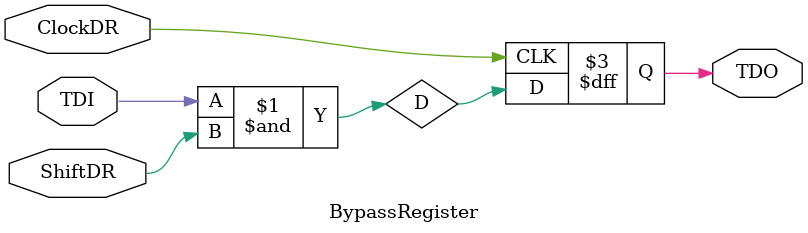
<source format=v>

`ifndef _BYPASSREGISTER_V_  // Guard to prevent double-inclusion
`define _BYPASSREGISTER_V_

module BypassRegister (
   input TDI,
   input ShiftDR,  // = 1, enable shifting TDI
   input ClockDR,
   output reg TDO
);
   wire D;
   and (D, TDI, ShiftDR);
   always @(posedge ClockDR) begin
      TDO = D;
   end
endmodule

`endif

</source>
